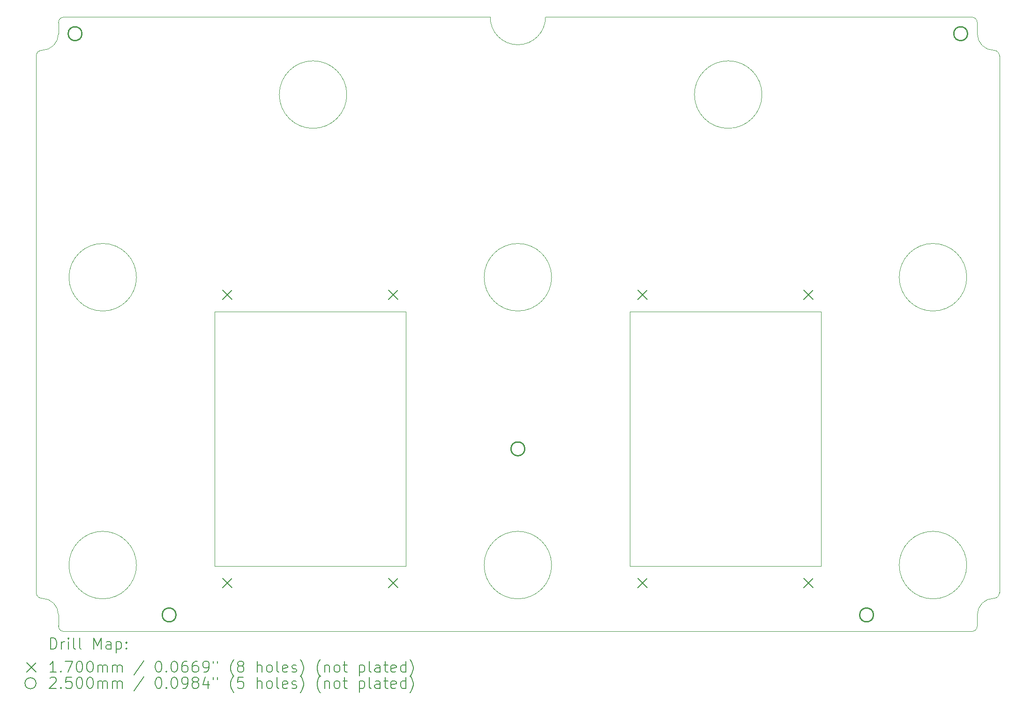
<source format=gbr>
%TF.GenerationSoftware,KiCad,Pcbnew,8.0.4+1*%
%TF.CreationDate,2024-10-16T20:07:34+00:00*%
%TF.ProjectId,pedalboard-display,70656461-6c62-46f6-9172-642d64697370,1.0.1-RC*%
%TF.SameCoordinates,Original*%
%TF.FileFunction,Drillmap*%
%TF.FilePolarity,Positive*%
%FSLAX45Y45*%
G04 Gerber Fmt 4.5, Leading zero omitted, Abs format (unit mm)*
G04 Created by KiCad (PCBNEW 8.0.4+1) date 2024-10-16 20:07:34*
%MOMM*%
%LPD*%
G01*
G04 APERTURE LIST*
%ADD10C,0.100000*%
%ADD11C,0.050000*%
%ADD12C,0.200000*%
%ADD13C,0.170000*%
%ADD14C,0.250000*%
G04 APERTURE END LIST*
D10*
X2500000Y-13600000D02*
X11200000Y-13600000D01*
X18810000Y-12400000D02*
G75*
G02*
X17590000Y-12400000I-610000J0D01*
G01*
X17590000Y-12400000D02*
G75*
G02*
X18810000Y-12400000I610000J0D01*
G01*
X2400000Y-2600000D02*
G75*
G02*
X2500000Y-2500000I100000J0D01*
G01*
X2000000Y-3200000D02*
G75*
G02*
X2100000Y-3100000I100000J0D01*
G01*
X12420000Y-2500000D02*
X18900000Y-2500000D01*
X2400000Y-13300000D02*
X2400000Y-13500000D01*
X19000000Y-2600000D02*
X19000000Y-2800000D01*
X19300000Y-3100000D02*
G75*
G02*
X19400000Y-3200000I0J-100000D01*
G01*
X2100000Y-13000000D02*
G75*
G02*
X2000000Y-12900000I0J100000D01*
G01*
X11200000Y-2500000D02*
G75*
G02*
X10200000Y-2500000I-500000J0D01*
G01*
X11200000Y-13600000D02*
X18900000Y-13600000D01*
X15110000Y-3900000D02*
G75*
G02*
X13890000Y-3900000I-610000J0D01*
G01*
X13890000Y-3900000D02*
G75*
G02*
X15110000Y-3900000I610000J0D01*
G01*
X2400000Y-2800000D02*
G75*
G02*
X2100000Y-3100000I-300000J0D01*
G01*
X9420000Y-2500000D02*
X10200000Y-2500000D01*
X7610000Y-3900000D02*
G75*
G02*
X6390000Y-3900000I-610000J0D01*
G01*
X6390000Y-3900000D02*
G75*
G02*
X7610000Y-3900000I610000J0D01*
G01*
X18810000Y-7200000D02*
G75*
G02*
X17590000Y-7200000I-610000J0D01*
G01*
X17590000Y-7200000D02*
G75*
G02*
X18810000Y-7200000I610000J0D01*
G01*
X3810000Y-12400000D02*
G75*
G02*
X2590000Y-12400000I-610000J0D01*
G01*
X2590000Y-12400000D02*
G75*
G02*
X3810000Y-12400000I610000J0D01*
G01*
X11310000Y-7200000D02*
G75*
G02*
X10090000Y-7200000I-610000J0D01*
G01*
X10090000Y-7200000D02*
G75*
G02*
X11310000Y-7200000I610000J0D01*
G01*
X19400000Y-3200000D02*
X19400000Y-12900000D01*
X19000000Y-13500000D02*
G75*
G02*
X18900000Y-13600000I-100000J0D01*
G01*
X3810000Y-7200000D02*
G75*
G02*
X2590000Y-7200000I-610000J0D01*
G01*
X2590000Y-7200000D02*
G75*
G02*
X3810000Y-7200000I610000J0D01*
G01*
X11200000Y-2500000D02*
X12420000Y-2500000D01*
X2500000Y-13600000D02*
G75*
G02*
X2400000Y-13500000I0J100000D01*
G01*
X19400000Y-12900000D02*
G75*
G02*
X19300000Y-13000000I-100000J0D01*
G01*
X18900000Y-2500000D02*
G75*
G02*
X19000000Y-2600000I0J-100000D01*
G01*
X19300000Y-3100000D02*
G75*
G02*
X19000000Y-2800000I0J300000D01*
G01*
X2000000Y-12900000D02*
X2000000Y-3200000D01*
X9420000Y-2500000D02*
X2500000Y-2500000D01*
X19000000Y-13300000D02*
X19000000Y-13500000D01*
X19000000Y-13300000D02*
G75*
G02*
X19300000Y-13000000I300000J0D01*
G01*
X2400000Y-2600000D02*
X2400000Y-2800000D01*
X11310000Y-12400000D02*
G75*
G02*
X10090000Y-12400000I-610000J0D01*
G01*
X10090000Y-12400000D02*
G75*
G02*
X11310000Y-12400000I610000J0D01*
G01*
X2100000Y-13000000D02*
G75*
G02*
X2400000Y-13300000I0J-300000D01*
G01*
D11*
X5220000Y-7820000D02*
X8680000Y-7820000D01*
X8680000Y-12420000D01*
X5220000Y-12420000D01*
X5220000Y-7820000D01*
X12720000Y-7820000D02*
X16180000Y-7820000D01*
X16180000Y-12420000D01*
X12720000Y-12420000D01*
X12720000Y-7820000D01*
D12*
D13*
X5365000Y-7435000D02*
X5535000Y-7605000D01*
X5535000Y-7435000D02*
X5365000Y-7605000D01*
X5365000Y-12635000D02*
X5535000Y-12805000D01*
X5535000Y-12635000D02*
X5365000Y-12805000D01*
X8365000Y-7435000D02*
X8535000Y-7605000D01*
X8535000Y-7435000D02*
X8365000Y-7605000D01*
X8365000Y-12635000D02*
X8535000Y-12805000D01*
X8535000Y-12635000D02*
X8365000Y-12805000D01*
X12865000Y-7435000D02*
X13035000Y-7605000D01*
X13035000Y-7435000D02*
X12865000Y-7605000D01*
X12865000Y-12635000D02*
X13035000Y-12805000D01*
X13035000Y-12635000D02*
X12865000Y-12805000D01*
X15865000Y-7435000D02*
X16035000Y-7605000D01*
X16035000Y-7435000D02*
X15865000Y-7605000D01*
X15865000Y-12635000D02*
X16035000Y-12805000D01*
X16035000Y-12635000D02*
X15865000Y-12805000D01*
D14*
X2825000Y-2800000D02*
G75*
G02*
X2575000Y-2800000I-125000J0D01*
G01*
X2575000Y-2800000D02*
G75*
G02*
X2825000Y-2800000I125000J0D01*
G01*
X4525000Y-13300000D02*
G75*
G02*
X4275000Y-13300000I-125000J0D01*
G01*
X4275000Y-13300000D02*
G75*
G02*
X4525000Y-13300000I125000J0D01*
G01*
X10825000Y-10300000D02*
G75*
G02*
X10575000Y-10300000I-125000J0D01*
G01*
X10575000Y-10300000D02*
G75*
G02*
X10825000Y-10300000I125000J0D01*
G01*
X17125000Y-13300000D02*
G75*
G02*
X16875000Y-13300000I-125000J0D01*
G01*
X16875000Y-13300000D02*
G75*
G02*
X17125000Y-13300000I125000J0D01*
G01*
X18825000Y-2800000D02*
G75*
G02*
X18575000Y-2800000I-125000J0D01*
G01*
X18575000Y-2800000D02*
G75*
G02*
X18825000Y-2800000I125000J0D01*
G01*
D12*
X2255777Y-13916484D02*
X2255777Y-13716484D01*
X2255777Y-13716484D02*
X2303396Y-13716484D01*
X2303396Y-13716484D02*
X2331967Y-13726008D01*
X2331967Y-13726008D02*
X2351015Y-13745055D01*
X2351015Y-13745055D02*
X2360539Y-13764103D01*
X2360539Y-13764103D02*
X2370063Y-13802198D01*
X2370063Y-13802198D02*
X2370063Y-13830769D01*
X2370063Y-13830769D02*
X2360539Y-13868865D01*
X2360539Y-13868865D02*
X2351015Y-13887912D01*
X2351015Y-13887912D02*
X2331967Y-13906960D01*
X2331967Y-13906960D02*
X2303396Y-13916484D01*
X2303396Y-13916484D02*
X2255777Y-13916484D01*
X2455777Y-13916484D02*
X2455777Y-13783150D01*
X2455777Y-13821246D02*
X2465301Y-13802198D01*
X2465301Y-13802198D02*
X2474824Y-13792674D01*
X2474824Y-13792674D02*
X2493872Y-13783150D01*
X2493872Y-13783150D02*
X2512920Y-13783150D01*
X2579586Y-13916484D02*
X2579586Y-13783150D01*
X2579586Y-13716484D02*
X2570063Y-13726008D01*
X2570063Y-13726008D02*
X2579586Y-13735531D01*
X2579586Y-13735531D02*
X2589110Y-13726008D01*
X2589110Y-13726008D02*
X2579586Y-13716484D01*
X2579586Y-13716484D02*
X2579586Y-13735531D01*
X2703396Y-13916484D02*
X2684348Y-13906960D01*
X2684348Y-13906960D02*
X2674824Y-13887912D01*
X2674824Y-13887912D02*
X2674824Y-13716484D01*
X2808158Y-13916484D02*
X2789110Y-13906960D01*
X2789110Y-13906960D02*
X2779586Y-13887912D01*
X2779586Y-13887912D02*
X2779586Y-13716484D01*
X3036729Y-13916484D02*
X3036729Y-13716484D01*
X3036729Y-13716484D02*
X3103396Y-13859341D01*
X3103396Y-13859341D02*
X3170062Y-13716484D01*
X3170062Y-13716484D02*
X3170062Y-13916484D01*
X3351015Y-13916484D02*
X3351015Y-13811722D01*
X3351015Y-13811722D02*
X3341491Y-13792674D01*
X3341491Y-13792674D02*
X3322443Y-13783150D01*
X3322443Y-13783150D02*
X3284348Y-13783150D01*
X3284348Y-13783150D02*
X3265301Y-13792674D01*
X3351015Y-13906960D02*
X3331967Y-13916484D01*
X3331967Y-13916484D02*
X3284348Y-13916484D01*
X3284348Y-13916484D02*
X3265301Y-13906960D01*
X3265301Y-13906960D02*
X3255777Y-13887912D01*
X3255777Y-13887912D02*
X3255777Y-13868865D01*
X3255777Y-13868865D02*
X3265301Y-13849817D01*
X3265301Y-13849817D02*
X3284348Y-13840293D01*
X3284348Y-13840293D02*
X3331967Y-13840293D01*
X3331967Y-13840293D02*
X3351015Y-13830769D01*
X3446253Y-13783150D02*
X3446253Y-13983150D01*
X3446253Y-13792674D02*
X3465301Y-13783150D01*
X3465301Y-13783150D02*
X3503396Y-13783150D01*
X3503396Y-13783150D02*
X3522443Y-13792674D01*
X3522443Y-13792674D02*
X3531967Y-13802198D01*
X3531967Y-13802198D02*
X3541491Y-13821246D01*
X3541491Y-13821246D02*
X3541491Y-13878388D01*
X3541491Y-13878388D02*
X3531967Y-13897436D01*
X3531967Y-13897436D02*
X3522443Y-13906960D01*
X3522443Y-13906960D02*
X3503396Y-13916484D01*
X3503396Y-13916484D02*
X3465301Y-13916484D01*
X3465301Y-13916484D02*
X3446253Y-13906960D01*
X3627205Y-13897436D02*
X3636729Y-13906960D01*
X3636729Y-13906960D02*
X3627205Y-13916484D01*
X3627205Y-13916484D02*
X3617682Y-13906960D01*
X3617682Y-13906960D02*
X3627205Y-13897436D01*
X3627205Y-13897436D02*
X3627205Y-13916484D01*
X3627205Y-13792674D02*
X3636729Y-13802198D01*
X3636729Y-13802198D02*
X3627205Y-13811722D01*
X3627205Y-13811722D02*
X3617682Y-13802198D01*
X3617682Y-13802198D02*
X3627205Y-13792674D01*
X3627205Y-13792674D02*
X3627205Y-13811722D01*
D13*
X1825000Y-14160000D02*
X1995000Y-14330000D01*
X1995000Y-14160000D02*
X1825000Y-14330000D01*
D12*
X2360539Y-14336484D02*
X2246253Y-14336484D01*
X2303396Y-14336484D02*
X2303396Y-14136484D01*
X2303396Y-14136484D02*
X2284348Y-14165055D01*
X2284348Y-14165055D02*
X2265301Y-14184103D01*
X2265301Y-14184103D02*
X2246253Y-14193627D01*
X2446253Y-14317436D02*
X2455777Y-14326960D01*
X2455777Y-14326960D02*
X2446253Y-14336484D01*
X2446253Y-14336484D02*
X2436729Y-14326960D01*
X2436729Y-14326960D02*
X2446253Y-14317436D01*
X2446253Y-14317436D02*
X2446253Y-14336484D01*
X2522444Y-14136484D02*
X2655777Y-14136484D01*
X2655777Y-14136484D02*
X2570063Y-14336484D01*
X2770063Y-14136484D02*
X2789110Y-14136484D01*
X2789110Y-14136484D02*
X2808158Y-14146008D01*
X2808158Y-14146008D02*
X2817682Y-14155531D01*
X2817682Y-14155531D02*
X2827205Y-14174579D01*
X2827205Y-14174579D02*
X2836729Y-14212674D01*
X2836729Y-14212674D02*
X2836729Y-14260293D01*
X2836729Y-14260293D02*
X2827205Y-14298388D01*
X2827205Y-14298388D02*
X2817682Y-14317436D01*
X2817682Y-14317436D02*
X2808158Y-14326960D01*
X2808158Y-14326960D02*
X2789110Y-14336484D01*
X2789110Y-14336484D02*
X2770063Y-14336484D01*
X2770063Y-14336484D02*
X2751015Y-14326960D01*
X2751015Y-14326960D02*
X2741491Y-14317436D01*
X2741491Y-14317436D02*
X2731967Y-14298388D01*
X2731967Y-14298388D02*
X2722444Y-14260293D01*
X2722444Y-14260293D02*
X2722444Y-14212674D01*
X2722444Y-14212674D02*
X2731967Y-14174579D01*
X2731967Y-14174579D02*
X2741491Y-14155531D01*
X2741491Y-14155531D02*
X2751015Y-14146008D01*
X2751015Y-14146008D02*
X2770063Y-14136484D01*
X2960539Y-14136484D02*
X2979586Y-14136484D01*
X2979586Y-14136484D02*
X2998634Y-14146008D01*
X2998634Y-14146008D02*
X3008158Y-14155531D01*
X3008158Y-14155531D02*
X3017682Y-14174579D01*
X3017682Y-14174579D02*
X3027205Y-14212674D01*
X3027205Y-14212674D02*
X3027205Y-14260293D01*
X3027205Y-14260293D02*
X3017682Y-14298388D01*
X3017682Y-14298388D02*
X3008158Y-14317436D01*
X3008158Y-14317436D02*
X2998634Y-14326960D01*
X2998634Y-14326960D02*
X2979586Y-14336484D01*
X2979586Y-14336484D02*
X2960539Y-14336484D01*
X2960539Y-14336484D02*
X2941491Y-14326960D01*
X2941491Y-14326960D02*
X2931967Y-14317436D01*
X2931967Y-14317436D02*
X2922443Y-14298388D01*
X2922443Y-14298388D02*
X2912920Y-14260293D01*
X2912920Y-14260293D02*
X2912920Y-14212674D01*
X2912920Y-14212674D02*
X2922443Y-14174579D01*
X2922443Y-14174579D02*
X2931967Y-14155531D01*
X2931967Y-14155531D02*
X2941491Y-14146008D01*
X2941491Y-14146008D02*
X2960539Y-14136484D01*
X3112920Y-14336484D02*
X3112920Y-14203150D01*
X3112920Y-14222198D02*
X3122443Y-14212674D01*
X3122443Y-14212674D02*
X3141491Y-14203150D01*
X3141491Y-14203150D02*
X3170063Y-14203150D01*
X3170063Y-14203150D02*
X3189110Y-14212674D01*
X3189110Y-14212674D02*
X3198634Y-14231722D01*
X3198634Y-14231722D02*
X3198634Y-14336484D01*
X3198634Y-14231722D02*
X3208158Y-14212674D01*
X3208158Y-14212674D02*
X3227205Y-14203150D01*
X3227205Y-14203150D02*
X3255777Y-14203150D01*
X3255777Y-14203150D02*
X3274824Y-14212674D01*
X3274824Y-14212674D02*
X3284348Y-14231722D01*
X3284348Y-14231722D02*
X3284348Y-14336484D01*
X3379586Y-14336484D02*
X3379586Y-14203150D01*
X3379586Y-14222198D02*
X3389110Y-14212674D01*
X3389110Y-14212674D02*
X3408158Y-14203150D01*
X3408158Y-14203150D02*
X3436729Y-14203150D01*
X3436729Y-14203150D02*
X3455777Y-14212674D01*
X3455777Y-14212674D02*
X3465301Y-14231722D01*
X3465301Y-14231722D02*
X3465301Y-14336484D01*
X3465301Y-14231722D02*
X3474824Y-14212674D01*
X3474824Y-14212674D02*
X3493872Y-14203150D01*
X3493872Y-14203150D02*
X3522443Y-14203150D01*
X3522443Y-14203150D02*
X3541491Y-14212674D01*
X3541491Y-14212674D02*
X3551015Y-14231722D01*
X3551015Y-14231722D02*
X3551015Y-14336484D01*
X3941491Y-14126960D02*
X3770063Y-14384103D01*
X4198634Y-14136484D02*
X4217682Y-14136484D01*
X4217682Y-14136484D02*
X4236729Y-14146008D01*
X4236729Y-14146008D02*
X4246253Y-14155531D01*
X4246253Y-14155531D02*
X4255777Y-14174579D01*
X4255777Y-14174579D02*
X4265301Y-14212674D01*
X4265301Y-14212674D02*
X4265301Y-14260293D01*
X4265301Y-14260293D02*
X4255777Y-14298388D01*
X4255777Y-14298388D02*
X4246253Y-14317436D01*
X4246253Y-14317436D02*
X4236729Y-14326960D01*
X4236729Y-14326960D02*
X4217682Y-14336484D01*
X4217682Y-14336484D02*
X4198634Y-14336484D01*
X4198634Y-14336484D02*
X4179586Y-14326960D01*
X4179586Y-14326960D02*
X4170063Y-14317436D01*
X4170063Y-14317436D02*
X4160539Y-14298388D01*
X4160539Y-14298388D02*
X4151015Y-14260293D01*
X4151015Y-14260293D02*
X4151015Y-14212674D01*
X4151015Y-14212674D02*
X4160539Y-14174579D01*
X4160539Y-14174579D02*
X4170063Y-14155531D01*
X4170063Y-14155531D02*
X4179586Y-14146008D01*
X4179586Y-14146008D02*
X4198634Y-14136484D01*
X4351015Y-14317436D02*
X4360539Y-14326960D01*
X4360539Y-14326960D02*
X4351015Y-14336484D01*
X4351015Y-14336484D02*
X4341491Y-14326960D01*
X4341491Y-14326960D02*
X4351015Y-14317436D01*
X4351015Y-14317436D02*
X4351015Y-14336484D01*
X4484348Y-14136484D02*
X4503396Y-14136484D01*
X4503396Y-14136484D02*
X4522444Y-14146008D01*
X4522444Y-14146008D02*
X4531968Y-14155531D01*
X4531968Y-14155531D02*
X4541491Y-14174579D01*
X4541491Y-14174579D02*
X4551015Y-14212674D01*
X4551015Y-14212674D02*
X4551015Y-14260293D01*
X4551015Y-14260293D02*
X4541491Y-14298388D01*
X4541491Y-14298388D02*
X4531968Y-14317436D01*
X4531968Y-14317436D02*
X4522444Y-14326960D01*
X4522444Y-14326960D02*
X4503396Y-14336484D01*
X4503396Y-14336484D02*
X4484348Y-14336484D01*
X4484348Y-14336484D02*
X4465301Y-14326960D01*
X4465301Y-14326960D02*
X4455777Y-14317436D01*
X4455777Y-14317436D02*
X4446253Y-14298388D01*
X4446253Y-14298388D02*
X4436729Y-14260293D01*
X4436729Y-14260293D02*
X4436729Y-14212674D01*
X4436729Y-14212674D02*
X4446253Y-14174579D01*
X4446253Y-14174579D02*
X4455777Y-14155531D01*
X4455777Y-14155531D02*
X4465301Y-14146008D01*
X4465301Y-14146008D02*
X4484348Y-14136484D01*
X4722444Y-14136484D02*
X4684348Y-14136484D01*
X4684348Y-14136484D02*
X4665301Y-14146008D01*
X4665301Y-14146008D02*
X4655777Y-14155531D01*
X4655777Y-14155531D02*
X4636729Y-14184103D01*
X4636729Y-14184103D02*
X4627206Y-14222198D01*
X4627206Y-14222198D02*
X4627206Y-14298388D01*
X4627206Y-14298388D02*
X4636729Y-14317436D01*
X4636729Y-14317436D02*
X4646253Y-14326960D01*
X4646253Y-14326960D02*
X4665301Y-14336484D01*
X4665301Y-14336484D02*
X4703396Y-14336484D01*
X4703396Y-14336484D02*
X4722444Y-14326960D01*
X4722444Y-14326960D02*
X4731968Y-14317436D01*
X4731968Y-14317436D02*
X4741491Y-14298388D01*
X4741491Y-14298388D02*
X4741491Y-14250769D01*
X4741491Y-14250769D02*
X4731968Y-14231722D01*
X4731968Y-14231722D02*
X4722444Y-14222198D01*
X4722444Y-14222198D02*
X4703396Y-14212674D01*
X4703396Y-14212674D02*
X4665301Y-14212674D01*
X4665301Y-14212674D02*
X4646253Y-14222198D01*
X4646253Y-14222198D02*
X4636729Y-14231722D01*
X4636729Y-14231722D02*
X4627206Y-14250769D01*
X4912920Y-14136484D02*
X4874825Y-14136484D01*
X4874825Y-14136484D02*
X4855777Y-14146008D01*
X4855777Y-14146008D02*
X4846253Y-14155531D01*
X4846253Y-14155531D02*
X4827206Y-14184103D01*
X4827206Y-14184103D02*
X4817682Y-14222198D01*
X4817682Y-14222198D02*
X4817682Y-14298388D01*
X4817682Y-14298388D02*
X4827206Y-14317436D01*
X4827206Y-14317436D02*
X4836729Y-14326960D01*
X4836729Y-14326960D02*
X4855777Y-14336484D01*
X4855777Y-14336484D02*
X4893872Y-14336484D01*
X4893872Y-14336484D02*
X4912920Y-14326960D01*
X4912920Y-14326960D02*
X4922444Y-14317436D01*
X4922444Y-14317436D02*
X4931968Y-14298388D01*
X4931968Y-14298388D02*
X4931968Y-14250769D01*
X4931968Y-14250769D02*
X4922444Y-14231722D01*
X4922444Y-14231722D02*
X4912920Y-14222198D01*
X4912920Y-14222198D02*
X4893872Y-14212674D01*
X4893872Y-14212674D02*
X4855777Y-14212674D01*
X4855777Y-14212674D02*
X4836729Y-14222198D01*
X4836729Y-14222198D02*
X4827206Y-14231722D01*
X4827206Y-14231722D02*
X4817682Y-14250769D01*
X5027206Y-14336484D02*
X5065301Y-14336484D01*
X5065301Y-14336484D02*
X5084349Y-14326960D01*
X5084349Y-14326960D02*
X5093872Y-14317436D01*
X5093872Y-14317436D02*
X5112920Y-14288865D01*
X5112920Y-14288865D02*
X5122444Y-14250769D01*
X5122444Y-14250769D02*
X5122444Y-14174579D01*
X5122444Y-14174579D02*
X5112920Y-14155531D01*
X5112920Y-14155531D02*
X5103396Y-14146008D01*
X5103396Y-14146008D02*
X5084349Y-14136484D01*
X5084349Y-14136484D02*
X5046253Y-14136484D01*
X5046253Y-14136484D02*
X5027206Y-14146008D01*
X5027206Y-14146008D02*
X5017682Y-14155531D01*
X5017682Y-14155531D02*
X5008158Y-14174579D01*
X5008158Y-14174579D02*
X5008158Y-14222198D01*
X5008158Y-14222198D02*
X5017682Y-14241246D01*
X5017682Y-14241246D02*
X5027206Y-14250769D01*
X5027206Y-14250769D02*
X5046253Y-14260293D01*
X5046253Y-14260293D02*
X5084349Y-14260293D01*
X5084349Y-14260293D02*
X5103396Y-14250769D01*
X5103396Y-14250769D02*
X5112920Y-14241246D01*
X5112920Y-14241246D02*
X5122444Y-14222198D01*
X5198634Y-14136484D02*
X5198634Y-14174579D01*
X5274825Y-14136484D02*
X5274825Y-14174579D01*
X5570063Y-14412674D02*
X5560539Y-14403150D01*
X5560539Y-14403150D02*
X5541491Y-14374579D01*
X5541491Y-14374579D02*
X5531968Y-14355531D01*
X5531968Y-14355531D02*
X5522444Y-14326960D01*
X5522444Y-14326960D02*
X5512920Y-14279341D01*
X5512920Y-14279341D02*
X5512920Y-14241246D01*
X5512920Y-14241246D02*
X5522444Y-14193627D01*
X5522444Y-14193627D02*
X5531968Y-14165055D01*
X5531968Y-14165055D02*
X5541491Y-14146008D01*
X5541491Y-14146008D02*
X5560539Y-14117436D01*
X5560539Y-14117436D02*
X5570063Y-14107912D01*
X5674825Y-14222198D02*
X5655777Y-14212674D01*
X5655777Y-14212674D02*
X5646253Y-14203150D01*
X5646253Y-14203150D02*
X5636729Y-14184103D01*
X5636729Y-14184103D02*
X5636729Y-14174579D01*
X5636729Y-14174579D02*
X5646253Y-14155531D01*
X5646253Y-14155531D02*
X5655777Y-14146008D01*
X5655777Y-14146008D02*
X5674825Y-14136484D01*
X5674825Y-14136484D02*
X5712920Y-14136484D01*
X5712920Y-14136484D02*
X5731968Y-14146008D01*
X5731968Y-14146008D02*
X5741491Y-14155531D01*
X5741491Y-14155531D02*
X5751015Y-14174579D01*
X5751015Y-14174579D02*
X5751015Y-14184103D01*
X5751015Y-14184103D02*
X5741491Y-14203150D01*
X5741491Y-14203150D02*
X5731968Y-14212674D01*
X5731968Y-14212674D02*
X5712920Y-14222198D01*
X5712920Y-14222198D02*
X5674825Y-14222198D01*
X5674825Y-14222198D02*
X5655777Y-14231722D01*
X5655777Y-14231722D02*
X5646253Y-14241246D01*
X5646253Y-14241246D02*
X5636729Y-14260293D01*
X5636729Y-14260293D02*
X5636729Y-14298388D01*
X5636729Y-14298388D02*
X5646253Y-14317436D01*
X5646253Y-14317436D02*
X5655777Y-14326960D01*
X5655777Y-14326960D02*
X5674825Y-14336484D01*
X5674825Y-14336484D02*
X5712920Y-14336484D01*
X5712920Y-14336484D02*
X5731968Y-14326960D01*
X5731968Y-14326960D02*
X5741491Y-14317436D01*
X5741491Y-14317436D02*
X5751015Y-14298388D01*
X5751015Y-14298388D02*
X5751015Y-14260293D01*
X5751015Y-14260293D02*
X5741491Y-14241246D01*
X5741491Y-14241246D02*
X5731968Y-14231722D01*
X5731968Y-14231722D02*
X5712920Y-14222198D01*
X5989110Y-14336484D02*
X5989110Y-14136484D01*
X6074825Y-14336484D02*
X6074825Y-14231722D01*
X6074825Y-14231722D02*
X6065301Y-14212674D01*
X6065301Y-14212674D02*
X6046253Y-14203150D01*
X6046253Y-14203150D02*
X6017682Y-14203150D01*
X6017682Y-14203150D02*
X5998634Y-14212674D01*
X5998634Y-14212674D02*
X5989110Y-14222198D01*
X6198634Y-14336484D02*
X6179587Y-14326960D01*
X6179587Y-14326960D02*
X6170063Y-14317436D01*
X6170063Y-14317436D02*
X6160539Y-14298388D01*
X6160539Y-14298388D02*
X6160539Y-14241246D01*
X6160539Y-14241246D02*
X6170063Y-14222198D01*
X6170063Y-14222198D02*
X6179587Y-14212674D01*
X6179587Y-14212674D02*
X6198634Y-14203150D01*
X6198634Y-14203150D02*
X6227206Y-14203150D01*
X6227206Y-14203150D02*
X6246253Y-14212674D01*
X6246253Y-14212674D02*
X6255777Y-14222198D01*
X6255777Y-14222198D02*
X6265301Y-14241246D01*
X6265301Y-14241246D02*
X6265301Y-14298388D01*
X6265301Y-14298388D02*
X6255777Y-14317436D01*
X6255777Y-14317436D02*
X6246253Y-14326960D01*
X6246253Y-14326960D02*
X6227206Y-14336484D01*
X6227206Y-14336484D02*
X6198634Y-14336484D01*
X6379587Y-14336484D02*
X6360539Y-14326960D01*
X6360539Y-14326960D02*
X6351015Y-14307912D01*
X6351015Y-14307912D02*
X6351015Y-14136484D01*
X6531968Y-14326960D02*
X6512920Y-14336484D01*
X6512920Y-14336484D02*
X6474825Y-14336484D01*
X6474825Y-14336484D02*
X6455777Y-14326960D01*
X6455777Y-14326960D02*
X6446253Y-14307912D01*
X6446253Y-14307912D02*
X6446253Y-14231722D01*
X6446253Y-14231722D02*
X6455777Y-14212674D01*
X6455777Y-14212674D02*
X6474825Y-14203150D01*
X6474825Y-14203150D02*
X6512920Y-14203150D01*
X6512920Y-14203150D02*
X6531968Y-14212674D01*
X6531968Y-14212674D02*
X6541491Y-14231722D01*
X6541491Y-14231722D02*
X6541491Y-14250769D01*
X6541491Y-14250769D02*
X6446253Y-14269817D01*
X6617682Y-14326960D02*
X6636730Y-14336484D01*
X6636730Y-14336484D02*
X6674825Y-14336484D01*
X6674825Y-14336484D02*
X6693872Y-14326960D01*
X6693872Y-14326960D02*
X6703396Y-14307912D01*
X6703396Y-14307912D02*
X6703396Y-14298388D01*
X6703396Y-14298388D02*
X6693872Y-14279341D01*
X6693872Y-14279341D02*
X6674825Y-14269817D01*
X6674825Y-14269817D02*
X6646253Y-14269817D01*
X6646253Y-14269817D02*
X6627206Y-14260293D01*
X6627206Y-14260293D02*
X6617682Y-14241246D01*
X6617682Y-14241246D02*
X6617682Y-14231722D01*
X6617682Y-14231722D02*
X6627206Y-14212674D01*
X6627206Y-14212674D02*
X6646253Y-14203150D01*
X6646253Y-14203150D02*
X6674825Y-14203150D01*
X6674825Y-14203150D02*
X6693872Y-14212674D01*
X6770063Y-14412674D02*
X6779587Y-14403150D01*
X6779587Y-14403150D02*
X6798634Y-14374579D01*
X6798634Y-14374579D02*
X6808158Y-14355531D01*
X6808158Y-14355531D02*
X6817682Y-14326960D01*
X6817682Y-14326960D02*
X6827206Y-14279341D01*
X6827206Y-14279341D02*
X6827206Y-14241246D01*
X6827206Y-14241246D02*
X6817682Y-14193627D01*
X6817682Y-14193627D02*
X6808158Y-14165055D01*
X6808158Y-14165055D02*
X6798634Y-14146008D01*
X6798634Y-14146008D02*
X6779587Y-14117436D01*
X6779587Y-14117436D02*
X6770063Y-14107912D01*
X7131968Y-14412674D02*
X7122444Y-14403150D01*
X7122444Y-14403150D02*
X7103396Y-14374579D01*
X7103396Y-14374579D02*
X7093872Y-14355531D01*
X7093872Y-14355531D02*
X7084349Y-14326960D01*
X7084349Y-14326960D02*
X7074825Y-14279341D01*
X7074825Y-14279341D02*
X7074825Y-14241246D01*
X7074825Y-14241246D02*
X7084349Y-14193627D01*
X7084349Y-14193627D02*
X7093872Y-14165055D01*
X7093872Y-14165055D02*
X7103396Y-14146008D01*
X7103396Y-14146008D02*
X7122444Y-14117436D01*
X7122444Y-14117436D02*
X7131968Y-14107912D01*
X7208158Y-14203150D02*
X7208158Y-14336484D01*
X7208158Y-14222198D02*
X7217682Y-14212674D01*
X7217682Y-14212674D02*
X7236730Y-14203150D01*
X7236730Y-14203150D02*
X7265301Y-14203150D01*
X7265301Y-14203150D02*
X7284349Y-14212674D01*
X7284349Y-14212674D02*
X7293872Y-14231722D01*
X7293872Y-14231722D02*
X7293872Y-14336484D01*
X7417682Y-14336484D02*
X7398634Y-14326960D01*
X7398634Y-14326960D02*
X7389111Y-14317436D01*
X7389111Y-14317436D02*
X7379587Y-14298388D01*
X7379587Y-14298388D02*
X7379587Y-14241246D01*
X7379587Y-14241246D02*
X7389111Y-14222198D01*
X7389111Y-14222198D02*
X7398634Y-14212674D01*
X7398634Y-14212674D02*
X7417682Y-14203150D01*
X7417682Y-14203150D02*
X7446253Y-14203150D01*
X7446253Y-14203150D02*
X7465301Y-14212674D01*
X7465301Y-14212674D02*
X7474825Y-14222198D01*
X7474825Y-14222198D02*
X7484349Y-14241246D01*
X7484349Y-14241246D02*
X7484349Y-14298388D01*
X7484349Y-14298388D02*
X7474825Y-14317436D01*
X7474825Y-14317436D02*
X7465301Y-14326960D01*
X7465301Y-14326960D02*
X7446253Y-14336484D01*
X7446253Y-14336484D02*
X7417682Y-14336484D01*
X7541492Y-14203150D02*
X7617682Y-14203150D01*
X7570063Y-14136484D02*
X7570063Y-14307912D01*
X7570063Y-14307912D02*
X7579587Y-14326960D01*
X7579587Y-14326960D02*
X7598634Y-14336484D01*
X7598634Y-14336484D02*
X7617682Y-14336484D01*
X7836730Y-14203150D02*
X7836730Y-14403150D01*
X7836730Y-14212674D02*
X7855777Y-14203150D01*
X7855777Y-14203150D02*
X7893873Y-14203150D01*
X7893873Y-14203150D02*
X7912920Y-14212674D01*
X7912920Y-14212674D02*
X7922444Y-14222198D01*
X7922444Y-14222198D02*
X7931968Y-14241246D01*
X7931968Y-14241246D02*
X7931968Y-14298388D01*
X7931968Y-14298388D02*
X7922444Y-14317436D01*
X7922444Y-14317436D02*
X7912920Y-14326960D01*
X7912920Y-14326960D02*
X7893873Y-14336484D01*
X7893873Y-14336484D02*
X7855777Y-14336484D01*
X7855777Y-14336484D02*
X7836730Y-14326960D01*
X8046253Y-14336484D02*
X8027206Y-14326960D01*
X8027206Y-14326960D02*
X8017682Y-14307912D01*
X8017682Y-14307912D02*
X8017682Y-14136484D01*
X8208158Y-14336484D02*
X8208158Y-14231722D01*
X8208158Y-14231722D02*
X8198634Y-14212674D01*
X8198634Y-14212674D02*
X8179587Y-14203150D01*
X8179587Y-14203150D02*
X8141492Y-14203150D01*
X8141492Y-14203150D02*
X8122444Y-14212674D01*
X8208158Y-14326960D02*
X8189111Y-14336484D01*
X8189111Y-14336484D02*
X8141492Y-14336484D01*
X8141492Y-14336484D02*
X8122444Y-14326960D01*
X8122444Y-14326960D02*
X8112920Y-14307912D01*
X8112920Y-14307912D02*
X8112920Y-14288865D01*
X8112920Y-14288865D02*
X8122444Y-14269817D01*
X8122444Y-14269817D02*
X8141492Y-14260293D01*
X8141492Y-14260293D02*
X8189111Y-14260293D01*
X8189111Y-14260293D02*
X8208158Y-14250769D01*
X8274825Y-14203150D02*
X8351015Y-14203150D01*
X8303396Y-14136484D02*
X8303396Y-14307912D01*
X8303396Y-14307912D02*
X8312920Y-14326960D01*
X8312920Y-14326960D02*
X8331968Y-14336484D01*
X8331968Y-14336484D02*
X8351015Y-14336484D01*
X8493873Y-14326960D02*
X8474825Y-14336484D01*
X8474825Y-14336484D02*
X8436730Y-14336484D01*
X8436730Y-14336484D02*
X8417682Y-14326960D01*
X8417682Y-14326960D02*
X8408158Y-14307912D01*
X8408158Y-14307912D02*
X8408158Y-14231722D01*
X8408158Y-14231722D02*
X8417682Y-14212674D01*
X8417682Y-14212674D02*
X8436730Y-14203150D01*
X8436730Y-14203150D02*
X8474825Y-14203150D01*
X8474825Y-14203150D02*
X8493873Y-14212674D01*
X8493873Y-14212674D02*
X8503396Y-14231722D01*
X8503396Y-14231722D02*
X8503396Y-14250769D01*
X8503396Y-14250769D02*
X8408158Y-14269817D01*
X8674825Y-14336484D02*
X8674825Y-14136484D01*
X8674825Y-14326960D02*
X8655777Y-14336484D01*
X8655777Y-14336484D02*
X8617682Y-14336484D01*
X8617682Y-14336484D02*
X8598635Y-14326960D01*
X8598635Y-14326960D02*
X8589111Y-14317436D01*
X8589111Y-14317436D02*
X8579587Y-14298388D01*
X8579587Y-14298388D02*
X8579587Y-14241246D01*
X8579587Y-14241246D02*
X8589111Y-14222198D01*
X8589111Y-14222198D02*
X8598635Y-14212674D01*
X8598635Y-14212674D02*
X8617682Y-14203150D01*
X8617682Y-14203150D02*
X8655777Y-14203150D01*
X8655777Y-14203150D02*
X8674825Y-14212674D01*
X8751016Y-14412674D02*
X8760539Y-14403150D01*
X8760539Y-14403150D02*
X8779587Y-14374579D01*
X8779587Y-14374579D02*
X8789111Y-14355531D01*
X8789111Y-14355531D02*
X8798635Y-14326960D01*
X8798635Y-14326960D02*
X8808158Y-14279341D01*
X8808158Y-14279341D02*
X8808158Y-14241246D01*
X8808158Y-14241246D02*
X8798635Y-14193627D01*
X8798635Y-14193627D02*
X8789111Y-14165055D01*
X8789111Y-14165055D02*
X8779587Y-14146008D01*
X8779587Y-14146008D02*
X8760539Y-14117436D01*
X8760539Y-14117436D02*
X8751016Y-14107912D01*
X1995000Y-14535000D02*
G75*
G02*
X1795000Y-14535000I-100000J0D01*
G01*
X1795000Y-14535000D02*
G75*
G02*
X1995000Y-14535000I100000J0D01*
G01*
X2246253Y-14445531D02*
X2255777Y-14436008D01*
X2255777Y-14436008D02*
X2274824Y-14426484D01*
X2274824Y-14426484D02*
X2322444Y-14426484D01*
X2322444Y-14426484D02*
X2341491Y-14436008D01*
X2341491Y-14436008D02*
X2351015Y-14445531D01*
X2351015Y-14445531D02*
X2360539Y-14464579D01*
X2360539Y-14464579D02*
X2360539Y-14483627D01*
X2360539Y-14483627D02*
X2351015Y-14512198D01*
X2351015Y-14512198D02*
X2236729Y-14626484D01*
X2236729Y-14626484D02*
X2360539Y-14626484D01*
X2446253Y-14607436D02*
X2455777Y-14616960D01*
X2455777Y-14616960D02*
X2446253Y-14626484D01*
X2446253Y-14626484D02*
X2436729Y-14616960D01*
X2436729Y-14616960D02*
X2446253Y-14607436D01*
X2446253Y-14607436D02*
X2446253Y-14626484D01*
X2636729Y-14426484D02*
X2541491Y-14426484D01*
X2541491Y-14426484D02*
X2531967Y-14521722D01*
X2531967Y-14521722D02*
X2541491Y-14512198D01*
X2541491Y-14512198D02*
X2560539Y-14502674D01*
X2560539Y-14502674D02*
X2608158Y-14502674D01*
X2608158Y-14502674D02*
X2627205Y-14512198D01*
X2627205Y-14512198D02*
X2636729Y-14521722D01*
X2636729Y-14521722D02*
X2646253Y-14540769D01*
X2646253Y-14540769D02*
X2646253Y-14588388D01*
X2646253Y-14588388D02*
X2636729Y-14607436D01*
X2636729Y-14607436D02*
X2627205Y-14616960D01*
X2627205Y-14616960D02*
X2608158Y-14626484D01*
X2608158Y-14626484D02*
X2560539Y-14626484D01*
X2560539Y-14626484D02*
X2541491Y-14616960D01*
X2541491Y-14616960D02*
X2531967Y-14607436D01*
X2770063Y-14426484D02*
X2789110Y-14426484D01*
X2789110Y-14426484D02*
X2808158Y-14436008D01*
X2808158Y-14436008D02*
X2817682Y-14445531D01*
X2817682Y-14445531D02*
X2827205Y-14464579D01*
X2827205Y-14464579D02*
X2836729Y-14502674D01*
X2836729Y-14502674D02*
X2836729Y-14550293D01*
X2836729Y-14550293D02*
X2827205Y-14588388D01*
X2827205Y-14588388D02*
X2817682Y-14607436D01*
X2817682Y-14607436D02*
X2808158Y-14616960D01*
X2808158Y-14616960D02*
X2789110Y-14626484D01*
X2789110Y-14626484D02*
X2770063Y-14626484D01*
X2770063Y-14626484D02*
X2751015Y-14616960D01*
X2751015Y-14616960D02*
X2741491Y-14607436D01*
X2741491Y-14607436D02*
X2731967Y-14588388D01*
X2731967Y-14588388D02*
X2722444Y-14550293D01*
X2722444Y-14550293D02*
X2722444Y-14502674D01*
X2722444Y-14502674D02*
X2731967Y-14464579D01*
X2731967Y-14464579D02*
X2741491Y-14445531D01*
X2741491Y-14445531D02*
X2751015Y-14436008D01*
X2751015Y-14436008D02*
X2770063Y-14426484D01*
X2960539Y-14426484D02*
X2979586Y-14426484D01*
X2979586Y-14426484D02*
X2998634Y-14436008D01*
X2998634Y-14436008D02*
X3008158Y-14445531D01*
X3008158Y-14445531D02*
X3017682Y-14464579D01*
X3017682Y-14464579D02*
X3027205Y-14502674D01*
X3027205Y-14502674D02*
X3027205Y-14550293D01*
X3027205Y-14550293D02*
X3017682Y-14588388D01*
X3017682Y-14588388D02*
X3008158Y-14607436D01*
X3008158Y-14607436D02*
X2998634Y-14616960D01*
X2998634Y-14616960D02*
X2979586Y-14626484D01*
X2979586Y-14626484D02*
X2960539Y-14626484D01*
X2960539Y-14626484D02*
X2941491Y-14616960D01*
X2941491Y-14616960D02*
X2931967Y-14607436D01*
X2931967Y-14607436D02*
X2922443Y-14588388D01*
X2922443Y-14588388D02*
X2912920Y-14550293D01*
X2912920Y-14550293D02*
X2912920Y-14502674D01*
X2912920Y-14502674D02*
X2922443Y-14464579D01*
X2922443Y-14464579D02*
X2931967Y-14445531D01*
X2931967Y-14445531D02*
X2941491Y-14436008D01*
X2941491Y-14436008D02*
X2960539Y-14426484D01*
X3112920Y-14626484D02*
X3112920Y-14493150D01*
X3112920Y-14512198D02*
X3122443Y-14502674D01*
X3122443Y-14502674D02*
X3141491Y-14493150D01*
X3141491Y-14493150D02*
X3170063Y-14493150D01*
X3170063Y-14493150D02*
X3189110Y-14502674D01*
X3189110Y-14502674D02*
X3198634Y-14521722D01*
X3198634Y-14521722D02*
X3198634Y-14626484D01*
X3198634Y-14521722D02*
X3208158Y-14502674D01*
X3208158Y-14502674D02*
X3227205Y-14493150D01*
X3227205Y-14493150D02*
X3255777Y-14493150D01*
X3255777Y-14493150D02*
X3274824Y-14502674D01*
X3274824Y-14502674D02*
X3284348Y-14521722D01*
X3284348Y-14521722D02*
X3284348Y-14626484D01*
X3379586Y-14626484D02*
X3379586Y-14493150D01*
X3379586Y-14512198D02*
X3389110Y-14502674D01*
X3389110Y-14502674D02*
X3408158Y-14493150D01*
X3408158Y-14493150D02*
X3436729Y-14493150D01*
X3436729Y-14493150D02*
X3455777Y-14502674D01*
X3455777Y-14502674D02*
X3465301Y-14521722D01*
X3465301Y-14521722D02*
X3465301Y-14626484D01*
X3465301Y-14521722D02*
X3474824Y-14502674D01*
X3474824Y-14502674D02*
X3493872Y-14493150D01*
X3493872Y-14493150D02*
X3522443Y-14493150D01*
X3522443Y-14493150D02*
X3541491Y-14502674D01*
X3541491Y-14502674D02*
X3551015Y-14521722D01*
X3551015Y-14521722D02*
X3551015Y-14626484D01*
X3941491Y-14416960D02*
X3770063Y-14674103D01*
X4198634Y-14426484D02*
X4217682Y-14426484D01*
X4217682Y-14426484D02*
X4236729Y-14436008D01*
X4236729Y-14436008D02*
X4246253Y-14445531D01*
X4246253Y-14445531D02*
X4255777Y-14464579D01*
X4255777Y-14464579D02*
X4265301Y-14502674D01*
X4265301Y-14502674D02*
X4265301Y-14550293D01*
X4265301Y-14550293D02*
X4255777Y-14588388D01*
X4255777Y-14588388D02*
X4246253Y-14607436D01*
X4246253Y-14607436D02*
X4236729Y-14616960D01*
X4236729Y-14616960D02*
X4217682Y-14626484D01*
X4217682Y-14626484D02*
X4198634Y-14626484D01*
X4198634Y-14626484D02*
X4179586Y-14616960D01*
X4179586Y-14616960D02*
X4170063Y-14607436D01*
X4170063Y-14607436D02*
X4160539Y-14588388D01*
X4160539Y-14588388D02*
X4151015Y-14550293D01*
X4151015Y-14550293D02*
X4151015Y-14502674D01*
X4151015Y-14502674D02*
X4160539Y-14464579D01*
X4160539Y-14464579D02*
X4170063Y-14445531D01*
X4170063Y-14445531D02*
X4179586Y-14436008D01*
X4179586Y-14436008D02*
X4198634Y-14426484D01*
X4351015Y-14607436D02*
X4360539Y-14616960D01*
X4360539Y-14616960D02*
X4351015Y-14626484D01*
X4351015Y-14626484D02*
X4341491Y-14616960D01*
X4341491Y-14616960D02*
X4351015Y-14607436D01*
X4351015Y-14607436D02*
X4351015Y-14626484D01*
X4484348Y-14426484D02*
X4503396Y-14426484D01*
X4503396Y-14426484D02*
X4522444Y-14436008D01*
X4522444Y-14436008D02*
X4531968Y-14445531D01*
X4531968Y-14445531D02*
X4541491Y-14464579D01*
X4541491Y-14464579D02*
X4551015Y-14502674D01*
X4551015Y-14502674D02*
X4551015Y-14550293D01*
X4551015Y-14550293D02*
X4541491Y-14588388D01*
X4541491Y-14588388D02*
X4531968Y-14607436D01*
X4531968Y-14607436D02*
X4522444Y-14616960D01*
X4522444Y-14616960D02*
X4503396Y-14626484D01*
X4503396Y-14626484D02*
X4484348Y-14626484D01*
X4484348Y-14626484D02*
X4465301Y-14616960D01*
X4465301Y-14616960D02*
X4455777Y-14607436D01*
X4455777Y-14607436D02*
X4446253Y-14588388D01*
X4446253Y-14588388D02*
X4436729Y-14550293D01*
X4436729Y-14550293D02*
X4436729Y-14502674D01*
X4436729Y-14502674D02*
X4446253Y-14464579D01*
X4446253Y-14464579D02*
X4455777Y-14445531D01*
X4455777Y-14445531D02*
X4465301Y-14436008D01*
X4465301Y-14436008D02*
X4484348Y-14426484D01*
X4646253Y-14626484D02*
X4684348Y-14626484D01*
X4684348Y-14626484D02*
X4703396Y-14616960D01*
X4703396Y-14616960D02*
X4712920Y-14607436D01*
X4712920Y-14607436D02*
X4731968Y-14578865D01*
X4731968Y-14578865D02*
X4741491Y-14540769D01*
X4741491Y-14540769D02*
X4741491Y-14464579D01*
X4741491Y-14464579D02*
X4731968Y-14445531D01*
X4731968Y-14445531D02*
X4722444Y-14436008D01*
X4722444Y-14436008D02*
X4703396Y-14426484D01*
X4703396Y-14426484D02*
X4665301Y-14426484D01*
X4665301Y-14426484D02*
X4646253Y-14436008D01*
X4646253Y-14436008D02*
X4636729Y-14445531D01*
X4636729Y-14445531D02*
X4627206Y-14464579D01*
X4627206Y-14464579D02*
X4627206Y-14512198D01*
X4627206Y-14512198D02*
X4636729Y-14531246D01*
X4636729Y-14531246D02*
X4646253Y-14540769D01*
X4646253Y-14540769D02*
X4665301Y-14550293D01*
X4665301Y-14550293D02*
X4703396Y-14550293D01*
X4703396Y-14550293D02*
X4722444Y-14540769D01*
X4722444Y-14540769D02*
X4731968Y-14531246D01*
X4731968Y-14531246D02*
X4741491Y-14512198D01*
X4855777Y-14512198D02*
X4836729Y-14502674D01*
X4836729Y-14502674D02*
X4827206Y-14493150D01*
X4827206Y-14493150D02*
X4817682Y-14474103D01*
X4817682Y-14474103D02*
X4817682Y-14464579D01*
X4817682Y-14464579D02*
X4827206Y-14445531D01*
X4827206Y-14445531D02*
X4836729Y-14436008D01*
X4836729Y-14436008D02*
X4855777Y-14426484D01*
X4855777Y-14426484D02*
X4893872Y-14426484D01*
X4893872Y-14426484D02*
X4912920Y-14436008D01*
X4912920Y-14436008D02*
X4922444Y-14445531D01*
X4922444Y-14445531D02*
X4931968Y-14464579D01*
X4931968Y-14464579D02*
X4931968Y-14474103D01*
X4931968Y-14474103D02*
X4922444Y-14493150D01*
X4922444Y-14493150D02*
X4912920Y-14502674D01*
X4912920Y-14502674D02*
X4893872Y-14512198D01*
X4893872Y-14512198D02*
X4855777Y-14512198D01*
X4855777Y-14512198D02*
X4836729Y-14521722D01*
X4836729Y-14521722D02*
X4827206Y-14531246D01*
X4827206Y-14531246D02*
X4817682Y-14550293D01*
X4817682Y-14550293D02*
X4817682Y-14588388D01*
X4817682Y-14588388D02*
X4827206Y-14607436D01*
X4827206Y-14607436D02*
X4836729Y-14616960D01*
X4836729Y-14616960D02*
X4855777Y-14626484D01*
X4855777Y-14626484D02*
X4893872Y-14626484D01*
X4893872Y-14626484D02*
X4912920Y-14616960D01*
X4912920Y-14616960D02*
X4922444Y-14607436D01*
X4922444Y-14607436D02*
X4931968Y-14588388D01*
X4931968Y-14588388D02*
X4931968Y-14550293D01*
X4931968Y-14550293D02*
X4922444Y-14531246D01*
X4922444Y-14531246D02*
X4912920Y-14521722D01*
X4912920Y-14521722D02*
X4893872Y-14512198D01*
X5103396Y-14493150D02*
X5103396Y-14626484D01*
X5055777Y-14416960D02*
X5008158Y-14559817D01*
X5008158Y-14559817D02*
X5131968Y-14559817D01*
X5198634Y-14426484D02*
X5198634Y-14464579D01*
X5274825Y-14426484D02*
X5274825Y-14464579D01*
X5570063Y-14702674D02*
X5560539Y-14693150D01*
X5560539Y-14693150D02*
X5541491Y-14664579D01*
X5541491Y-14664579D02*
X5531968Y-14645531D01*
X5531968Y-14645531D02*
X5522444Y-14616960D01*
X5522444Y-14616960D02*
X5512920Y-14569341D01*
X5512920Y-14569341D02*
X5512920Y-14531246D01*
X5512920Y-14531246D02*
X5522444Y-14483627D01*
X5522444Y-14483627D02*
X5531968Y-14455055D01*
X5531968Y-14455055D02*
X5541491Y-14436008D01*
X5541491Y-14436008D02*
X5560539Y-14407436D01*
X5560539Y-14407436D02*
X5570063Y-14397912D01*
X5741491Y-14426484D02*
X5646253Y-14426484D01*
X5646253Y-14426484D02*
X5636729Y-14521722D01*
X5636729Y-14521722D02*
X5646253Y-14512198D01*
X5646253Y-14512198D02*
X5665301Y-14502674D01*
X5665301Y-14502674D02*
X5712920Y-14502674D01*
X5712920Y-14502674D02*
X5731968Y-14512198D01*
X5731968Y-14512198D02*
X5741491Y-14521722D01*
X5741491Y-14521722D02*
X5751015Y-14540769D01*
X5751015Y-14540769D02*
X5751015Y-14588388D01*
X5751015Y-14588388D02*
X5741491Y-14607436D01*
X5741491Y-14607436D02*
X5731968Y-14616960D01*
X5731968Y-14616960D02*
X5712920Y-14626484D01*
X5712920Y-14626484D02*
X5665301Y-14626484D01*
X5665301Y-14626484D02*
X5646253Y-14616960D01*
X5646253Y-14616960D02*
X5636729Y-14607436D01*
X5989110Y-14626484D02*
X5989110Y-14426484D01*
X6074825Y-14626484D02*
X6074825Y-14521722D01*
X6074825Y-14521722D02*
X6065301Y-14502674D01*
X6065301Y-14502674D02*
X6046253Y-14493150D01*
X6046253Y-14493150D02*
X6017682Y-14493150D01*
X6017682Y-14493150D02*
X5998634Y-14502674D01*
X5998634Y-14502674D02*
X5989110Y-14512198D01*
X6198634Y-14626484D02*
X6179587Y-14616960D01*
X6179587Y-14616960D02*
X6170063Y-14607436D01*
X6170063Y-14607436D02*
X6160539Y-14588388D01*
X6160539Y-14588388D02*
X6160539Y-14531246D01*
X6160539Y-14531246D02*
X6170063Y-14512198D01*
X6170063Y-14512198D02*
X6179587Y-14502674D01*
X6179587Y-14502674D02*
X6198634Y-14493150D01*
X6198634Y-14493150D02*
X6227206Y-14493150D01*
X6227206Y-14493150D02*
X6246253Y-14502674D01*
X6246253Y-14502674D02*
X6255777Y-14512198D01*
X6255777Y-14512198D02*
X6265301Y-14531246D01*
X6265301Y-14531246D02*
X6265301Y-14588388D01*
X6265301Y-14588388D02*
X6255777Y-14607436D01*
X6255777Y-14607436D02*
X6246253Y-14616960D01*
X6246253Y-14616960D02*
X6227206Y-14626484D01*
X6227206Y-14626484D02*
X6198634Y-14626484D01*
X6379587Y-14626484D02*
X6360539Y-14616960D01*
X6360539Y-14616960D02*
X6351015Y-14597912D01*
X6351015Y-14597912D02*
X6351015Y-14426484D01*
X6531968Y-14616960D02*
X6512920Y-14626484D01*
X6512920Y-14626484D02*
X6474825Y-14626484D01*
X6474825Y-14626484D02*
X6455777Y-14616960D01*
X6455777Y-14616960D02*
X6446253Y-14597912D01*
X6446253Y-14597912D02*
X6446253Y-14521722D01*
X6446253Y-14521722D02*
X6455777Y-14502674D01*
X6455777Y-14502674D02*
X6474825Y-14493150D01*
X6474825Y-14493150D02*
X6512920Y-14493150D01*
X6512920Y-14493150D02*
X6531968Y-14502674D01*
X6531968Y-14502674D02*
X6541491Y-14521722D01*
X6541491Y-14521722D02*
X6541491Y-14540769D01*
X6541491Y-14540769D02*
X6446253Y-14559817D01*
X6617682Y-14616960D02*
X6636730Y-14626484D01*
X6636730Y-14626484D02*
X6674825Y-14626484D01*
X6674825Y-14626484D02*
X6693872Y-14616960D01*
X6693872Y-14616960D02*
X6703396Y-14597912D01*
X6703396Y-14597912D02*
X6703396Y-14588388D01*
X6703396Y-14588388D02*
X6693872Y-14569341D01*
X6693872Y-14569341D02*
X6674825Y-14559817D01*
X6674825Y-14559817D02*
X6646253Y-14559817D01*
X6646253Y-14559817D02*
X6627206Y-14550293D01*
X6627206Y-14550293D02*
X6617682Y-14531246D01*
X6617682Y-14531246D02*
X6617682Y-14521722D01*
X6617682Y-14521722D02*
X6627206Y-14502674D01*
X6627206Y-14502674D02*
X6646253Y-14493150D01*
X6646253Y-14493150D02*
X6674825Y-14493150D01*
X6674825Y-14493150D02*
X6693872Y-14502674D01*
X6770063Y-14702674D02*
X6779587Y-14693150D01*
X6779587Y-14693150D02*
X6798634Y-14664579D01*
X6798634Y-14664579D02*
X6808158Y-14645531D01*
X6808158Y-14645531D02*
X6817682Y-14616960D01*
X6817682Y-14616960D02*
X6827206Y-14569341D01*
X6827206Y-14569341D02*
X6827206Y-14531246D01*
X6827206Y-14531246D02*
X6817682Y-14483627D01*
X6817682Y-14483627D02*
X6808158Y-14455055D01*
X6808158Y-14455055D02*
X6798634Y-14436008D01*
X6798634Y-14436008D02*
X6779587Y-14407436D01*
X6779587Y-14407436D02*
X6770063Y-14397912D01*
X7131968Y-14702674D02*
X7122444Y-14693150D01*
X7122444Y-14693150D02*
X7103396Y-14664579D01*
X7103396Y-14664579D02*
X7093872Y-14645531D01*
X7093872Y-14645531D02*
X7084349Y-14616960D01*
X7084349Y-14616960D02*
X7074825Y-14569341D01*
X7074825Y-14569341D02*
X7074825Y-14531246D01*
X7074825Y-14531246D02*
X7084349Y-14483627D01*
X7084349Y-14483627D02*
X7093872Y-14455055D01*
X7093872Y-14455055D02*
X7103396Y-14436008D01*
X7103396Y-14436008D02*
X7122444Y-14407436D01*
X7122444Y-14407436D02*
X7131968Y-14397912D01*
X7208158Y-14493150D02*
X7208158Y-14626484D01*
X7208158Y-14512198D02*
X7217682Y-14502674D01*
X7217682Y-14502674D02*
X7236730Y-14493150D01*
X7236730Y-14493150D02*
X7265301Y-14493150D01*
X7265301Y-14493150D02*
X7284349Y-14502674D01*
X7284349Y-14502674D02*
X7293872Y-14521722D01*
X7293872Y-14521722D02*
X7293872Y-14626484D01*
X7417682Y-14626484D02*
X7398634Y-14616960D01*
X7398634Y-14616960D02*
X7389111Y-14607436D01*
X7389111Y-14607436D02*
X7379587Y-14588388D01*
X7379587Y-14588388D02*
X7379587Y-14531246D01*
X7379587Y-14531246D02*
X7389111Y-14512198D01*
X7389111Y-14512198D02*
X7398634Y-14502674D01*
X7398634Y-14502674D02*
X7417682Y-14493150D01*
X7417682Y-14493150D02*
X7446253Y-14493150D01*
X7446253Y-14493150D02*
X7465301Y-14502674D01*
X7465301Y-14502674D02*
X7474825Y-14512198D01*
X7474825Y-14512198D02*
X7484349Y-14531246D01*
X7484349Y-14531246D02*
X7484349Y-14588388D01*
X7484349Y-14588388D02*
X7474825Y-14607436D01*
X7474825Y-14607436D02*
X7465301Y-14616960D01*
X7465301Y-14616960D02*
X7446253Y-14626484D01*
X7446253Y-14626484D02*
X7417682Y-14626484D01*
X7541492Y-14493150D02*
X7617682Y-14493150D01*
X7570063Y-14426484D02*
X7570063Y-14597912D01*
X7570063Y-14597912D02*
X7579587Y-14616960D01*
X7579587Y-14616960D02*
X7598634Y-14626484D01*
X7598634Y-14626484D02*
X7617682Y-14626484D01*
X7836730Y-14493150D02*
X7836730Y-14693150D01*
X7836730Y-14502674D02*
X7855777Y-14493150D01*
X7855777Y-14493150D02*
X7893873Y-14493150D01*
X7893873Y-14493150D02*
X7912920Y-14502674D01*
X7912920Y-14502674D02*
X7922444Y-14512198D01*
X7922444Y-14512198D02*
X7931968Y-14531246D01*
X7931968Y-14531246D02*
X7931968Y-14588388D01*
X7931968Y-14588388D02*
X7922444Y-14607436D01*
X7922444Y-14607436D02*
X7912920Y-14616960D01*
X7912920Y-14616960D02*
X7893873Y-14626484D01*
X7893873Y-14626484D02*
X7855777Y-14626484D01*
X7855777Y-14626484D02*
X7836730Y-14616960D01*
X8046253Y-14626484D02*
X8027206Y-14616960D01*
X8027206Y-14616960D02*
X8017682Y-14597912D01*
X8017682Y-14597912D02*
X8017682Y-14426484D01*
X8208158Y-14626484D02*
X8208158Y-14521722D01*
X8208158Y-14521722D02*
X8198634Y-14502674D01*
X8198634Y-14502674D02*
X8179587Y-14493150D01*
X8179587Y-14493150D02*
X8141492Y-14493150D01*
X8141492Y-14493150D02*
X8122444Y-14502674D01*
X8208158Y-14616960D02*
X8189111Y-14626484D01*
X8189111Y-14626484D02*
X8141492Y-14626484D01*
X8141492Y-14626484D02*
X8122444Y-14616960D01*
X8122444Y-14616960D02*
X8112920Y-14597912D01*
X8112920Y-14597912D02*
X8112920Y-14578865D01*
X8112920Y-14578865D02*
X8122444Y-14559817D01*
X8122444Y-14559817D02*
X8141492Y-14550293D01*
X8141492Y-14550293D02*
X8189111Y-14550293D01*
X8189111Y-14550293D02*
X8208158Y-14540769D01*
X8274825Y-14493150D02*
X8351015Y-14493150D01*
X8303396Y-14426484D02*
X8303396Y-14597912D01*
X8303396Y-14597912D02*
X8312920Y-14616960D01*
X8312920Y-14616960D02*
X8331968Y-14626484D01*
X8331968Y-14626484D02*
X8351015Y-14626484D01*
X8493873Y-14616960D02*
X8474825Y-14626484D01*
X8474825Y-14626484D02*
X8436730Y-14626484D01*
X8436730Y-14626484D02*
X8417682Y-14616960D01*
X8417682Y-14616960D02*
X8408158Y-14597912D01*
X8408158Y-14597912D02*
X8408158Y-14521722D01*
X8408158Y-14521722D02*
X8417682Y-14502674D01*
X8417682Y-14502674D02*
X8436730Y-14493150D01*
X8436730Y-14493150D02*
X8474825Y-14493150D01*
X8474825Y-14493150D02*
X8493873Y-14502674D01*
X8493873Y-14502674D02*
X8503396Y-14521722D01*
X8503396Y-14521722D02*
X8503396Y-14540769D01*
X8503396Y-14540769D02*
X8408158Y-14559817D01*
X8674825Y-14626484D02*
X8674825Y-14426484D01*
X8674825Y-14616960D02*
X8655777Y-14626484D01*
X8655777Y-14626484D02*
X8617682Y-14626484D01*
X8617682Y-14626484D02*
X8598635Y-14616960D01*
X8598635Y-14616960D02*
X8589111Y-14607436D01*
X8589111Y-14607436D02*
X8579587Y-14588388D01*
X8579587Y-14588388D02*
X8579587Y-14531246D01*
X8579587Y-14531246D02*
X8589111Y-14512198D01*
X8589111Y-14512198D02*
X8598635Y-14502674D01*
X8598635Y-14502674D02*
X8617682Y-14493150D01*
X8617682Y-14493150D02*
X8655777Y-14493150D01*
X8655777Y-14493150D02*
X8674825Y-14502674D01*
X8751016Y-14702674D02*
X8760539Y-14693150D01*
X8760539Y-14693150D02*
X8779587Y-14664579D01*
X8779587Y-14664579D02*
X8789111Y-14645531D01*
X8789111Y-14645531D02*
X8798635Y-14616960D01*
X8798635Y-14616960D02*
X8808158Y-14569341D01*
X8808158Y-14569341D02*
X8808158Y-14531246D01*
X8808158Y-14531246D02*
X8798635Y-14483627D01*
X8798635Y-14483627D02*
X8789111Y-14455055D01*
X8789111Y-14455055D02*
X8779587Y-14436008D01*
X8779587Y-14436008D02*
X8760539Y-14407436D01*
X8760539Y-14407436D02*
X8751016Y-14397912D01*
M02*

</source>
